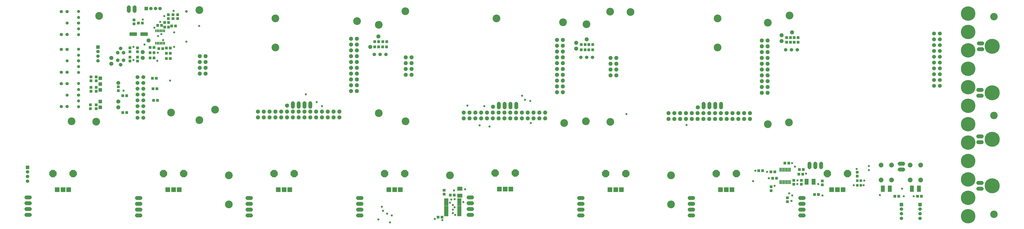
<source format=gbr>
G04 EAGLE Gerber RS-274X export*
G75*
%MOMM*%
%FSLAX34Y34*%
%LPD*%
%INSoldermask Top*%
%IPPOS*%
%AMOC8*
5,1,8,0,0,1.08239X$1,22.5*%
G01*
%ADD10C,3.378200*%
%ADD11C,3.251200*%
%ADD12P,1.869504X8X112.500000*%
%ADD13P,1.869504X8X22.500000*%
%ADD14R,1.511200X1.511200*%
%ADD15P,1.649562X8X202.500000*%
%ADD16P,1.649562X8X22.500000*%
%ADD17C,1.727200*%
%ADD18R,1.203200X1.303200*%
%ADD19C,1.511200*%
%ADD20R,1.303200X1.203200*%
%ADD21P,1.869504X8X202.500000*%
%ADD22R,3.203200X1.603200*%
%ADD23C,1.711200*%
%ADD24R,2.082800X2.082800*%
%ADD25P,3.467112X8X292.500000*%
%ADD26R,0.558800X1.663700*%
%ADD27C,0.306600*%
%ADD28R,2.203200X1.703200*%
%ADD29R,0.508000X1.193800*%
%ADD30C,1.403200*%
%ADD31C,1.320800*%
%ADD32C,2.082800*%
%ADD33R,1.700000X2.800000*%
%ADD34C,0.425956*%
%ADD35R,1.803200X2.603200*%
%ADD36C,1.703200*%
%ADD37C,0.959600*%
%ADD38C,1.159600*%
%ADD39C,6.299200*%
%ADD40C,6.553200*%


D10*
X824230Y943610D03*
X1512570Y895350D03*
X824230Y462280D03*
X1723390Y938530D03*
X2411730Y890270D03*
X1723898Y456946D03*
X2617470Y936244D03*
X3305556Y887984D03*
X2618232Y454406D03*
X1155700Y779780D03*
X3086100Y779780D03*
X386080Y918210D03*
X3305810Y444500D03*
X2706370Y934720D03*
X892810Y508000D03*
X2416810Y449580D03*
X373380Y455930D03*
X2511552Y456946D03*
X3398012Y451866D03*
X3400552Y919226D03*
X2514092Y881126D03*
X1607312Y878586D03*
X266192Y456946D03*
X1607312Y492506D03*
X700532Y495046D03*
X3086100Y906780D03*
X2120900Y906780D03*
X1155700Y906780D03*
X952500Y220980D03*
X952500Y93980D03*
X1917700Y220980D03*
X2882900Y220980D03*
X2882900Y93980D03*
D11*
X4292600Y914400D03*
X4292600Y50800D03*
X4292600Y482600D03*
D12*
X850900Y665480D03*
X825500Y665480D03*
X850900Y690880D03*
X825500Y690880D03*
X850900Y716280D03*
X825500Y716280D03*
X850900Y741680D03*
X825500Y741680D03*
X1750060Y660400D03*
X1724660Y660400D03*
X1750060Y685800D03*
X1724660Y685800D03*
X1750060Y711200D03*
X1724660Y711200D03*
X1750060Y736600D03*
X1724660Y736600D03*
X2644140Y657860D03*
X2618740Y657860D03*
X2644140Y683260D03*
X2618740Y683260D03*
X2644140Y708660D03*
X2618740Y708660D03*
X2644140Y734060D03*
X2618740Y734060D03*
X1511300Y589280D03*
X1485900Y589280D03*
X1511300Y614680D03*
X1485900Y614680D03*
X1511300Y640080D03*
X1485900Y640080D03*
X1511300Y665480D03*
X1485900Y665480D03*
X1511300Y690880D03*
X1485900Y690880D03*
X1511300Y716280D03*
X1485900Y716280D03*
X1511300Y741680D03*
X1485900Y741680D03*
X1511300Y767080D03*
X1485900Y767080D03*
X1511300Y792480D03*
X1485900Y792480D03*
X1511300Y817880D03*
X1485900Y817880D03*
X2410460Y584200D03*
X2385060Y584200D03*
X2410460Y609600D03*
X2385060Y609600D03*
X2410460Y635000D03*
X2385060Y635000D03*
X2410460Y660400D03*
X2385060Y660400D03*
X2410460Y685800D03*
X2385060Y685800D03*
X2410460Y711200D03*
X2385060Y711200D03*
X2410460Y736600D03*
X2385060Y736600D03*
X2410460Y762000D03*
X2385060Y762000D03*
X2410460Y787400D03*
X2385060Y787400D03*
X2410460Y812800D03*
X2385060Y812800D03*
X3304540Y581660D03*
X3279140Y581660D03*
X3304540Y607060D03*
X3279140Y607060D03*
X3304540Y632460D03*
X3279140Y632460D03*
X3304540Y657860D03*
X3279140Y657860D03*
X3304540Y683260D03*
X3279140Y683260D03*
X3304540Y708660D03*
X3279140Y708660D03*
X3304540Y734060D03*
X3279140Y734060D03*
X3304540Y759460D03*
X3279140Y759460D03*
X3304540Y784860D03*
X3279140Y784860D03*
X3304540Y810260D03*
X3279140Y810260D03*
D13*
X1079246Y474472D03*
X1079246Y499872D03*
X1104646Y474472D03*
X1104646Y499872D03*
X1130046Y474472D03*
X1130046Y499872D03*
X1155446Y474472D03*
X1155446Y499872D03*
X1180846Y474472D03*
X1180846Y499872D03*
X1206246Y474472D03*
X1206246Y499872D03*
X1231646Y474472D03*
X1231646Y499872D03*
X1257046Y474472D03*
X1257046Y499872D03*
X1282446Y474472D03*
X1282446Y499872D03*
X1307846Y474472D03*
X1307846Y499872D03*
X1333246Y474472D03*
X1333246Y499872D03*
X1358646Y474472D03*
X1358646Y499872D03*
X1384046Y474472D03*
X1384046Y499872D03*
X1409446Y474472D03*
X1409446Y499872D03*
X1434846Y474472D03*
X1434846Y499872D03*
X1978152Y469646D03*
X1978152Y495046D03*
X2003552Y469646D03*
X2003552Y495046D03*
X2028952Y469646D03*
X2028952Y495046D03*
X2054352Y469646D03*
X2054352Y495046D03*
X2079752Y469646D03*
X2079752Y495046D03*
X2105152Y469646D03*
X2105152Y495046D03*
X2130552Y469646D03*
X2130552Y495046D03*
X2155952Y469646D03*
X2155952Y495046D03*
X2181352Y469646D03*
X2181352Y495046D03*
X2206752Y469646D03*
X2206752Y495046D03*
X2232152Y469646D03*
X2232152Y495046D03*
X2257552Y469646D03*
X2257552Y495046D03*
X2282952Y469646D03*
X2282952Y495046D03*
X2308352Y469646D03*
X2308352Y495046D03*
X2333752Y469646D03*
X2333752Y495046D03*
X2871978Y467106D03*
X2871978Y492506D03*
X2897378Y467106D03*
X2897378Y492506D03*
X2922778Y467106D03*
X2922778Y492506D03*
X2948178Y467106D03*
X2948178Y492506D03*
X2973578Y467106D03*
X2973578Y492506D03*
X2998978Y467106D03*
X2998978Y492506D03*
X3024378Y467106D03*
X3024378Y492506D03*
X3049778Y467106D03*
X3049778Y492506D03*
X3075178Y467106D03*
X3075178Y492506D03*
X3100578Y467106D03*
X3100578Y492506D03*
X3125978Y467106D03*
X3125978Y492506D03*
X3151378Y467106D03*
X3151378Y492506D03*
X3176778Y467106D03*
X3176778Y492506D03*
X3202178Y467106D03*
X3202178Y492506D03*
X3227578Y467106D03*
X3227578Y492506D03*
D14*
X391160Y518160D03*
X391160Y543560D03*
X391160Y594360D03*
X391160Y619760D03*
X391160Y645160D03*
D15*
X492760Y723900D03*
X480060Y704850D03*
X467360Y723900D03*
D16*
X467360Y756920D03*
X480060Y775970D03*
X492760Y756920D03*
D17*
X515620Y939800D02*
X515620Y955040D01*
X541020Y955040D02*
X541020Y939800D01*
D18*
X520700Y737480D03*
X520700Y720480D03*
X520700Y778120D03*
X520700Y761120D03*
X373380Y651120D03*
X373380Y634120D03*
X373380Y605400D03*
X373380Y588400D03*
D19*
X1638300Y749300D03*
X1612900Y749300D03*
X1587500Y749300D03*
D20*
X1589160Y782320D03*
X1606160Y782320D03*
X1641212Y782574D03*
X1624212Y782574D03*
D18*
X373380Y512200D03*
X373380Y529200D03*
D13*
X1569720Y782320D03*
D21*
X1605280Y828040D03*
X469900Y518160D03*
X469900Y543560D03*
D18*
X489340Y495300D03*
X506340Y495300D03*
X489340Y568960D03*
X506340Y568960D03*
X672220Y889000D03*
X689220Y889000D03*
D20*
X688340Y922900D03*
X688340Y905900D03*
X708660Y922900D03*
X708660Y905900D03*
X728980Y922900D03*
X728980Y905900D03*
X538480Y883040D03*
X538480Y900040D03*
D18*
X574920Y886460D03*
X557920Y886460D03*
D22*
X534800Y838200D03*
X582800Y838200D03*
D20*
X469900Y590940D03*
X469900Y607940D03*
D14*
X592300Y949960D03*
D19*
X612300Y949960D03*
X632300Y949960D03*
X652300Y949960D03*
D23*
X579120Y472440D03*
X553720Y472440D03*
X579120Y497840D03*
X553720Y497840D03*
X579120Y523240D03*
X553720Y523240D03*
X579120Y548640D03*
X553720Y548640D03*
X579120Y574040D03*
X553720Y574040D03*
X579120Y599440D03*
X553720Y599440D03*
X579120Y624840D03*
X553720Y624840D03*
X579120Y650240D03*
X553720Y650240D03*
D18*
X640960Y548640D03*
X623960Y548640D03*
X638420Y599440D03*
X621420Y599440D03*
X635880Y645160D03*
X618880Y645160D03*
D17*
X1308100Y535940D02*
X1308100Y520700D01*
X1282700Y520700D02*
X1282700Y535940D01*
X1257300Y535940D02*
X1257300Y520700D01*
X1231900Y520700D02*
X1231900Y535940D01*
X2207260Y533400D02*
X2207260Y518160D01*
X2181860Y518160D02*
X2181860Y533400D01*
X2156460Y533400D02*
X2156460Y518160D01*
X2131060Y518160D02*
X2131060Y533400D01*
X3101340Y533400D02*
X3101340Y518160D01*
X3075940Y518160D02*
X3075940Y533400D01*
X3050540Y533400D02*
X3050540Y518160D01*
X3025140Y518160D02*
X3025140Y533400D01*
D13*
X1206500Y525780D03*
X2105660Y520700D03*
X2999740Y518160D03*
X576580Y734060D03*
D21*
X576580Y759460D03*
X439420Y708660D03*
X439420Y734060D03*
D17*
X83820Y48260D02*
X68580Y48260D01*
X68580Y73660D02*
X83820Y73660D01*
X83820Y99060D02*
X68580Y99060D01*
X68580Y124460D02*
X83820Y124460D01*
X551180Y45720D02*
X566420Y45720D01*
X566420Y71120D02*
X551180Y71120D01*
X551180Y96520D02*
X566420Y96520D01*
X566420Y121920D02*
X551180Y121920D01*
X1033780Y45720D02*
X1049020Y45720D01*
X1049020Y71120D02*
X1033780Y71120D01*
X1033780Y96520D02*
X1049020Y96520D01*
X1049020Y121920D02*
X1033780Y121920D01*
X1516380Y45720D02*
X1531620Y45720D01*
X1531620Y71120D02*
X1516380Y71120D01*
X1516380Y96520D02*
X1531620Y96520D01*
X1531620Y121920D02*
X1516380Y121920D01*
X1998980Y48260D02*
X2014220Y48260D01*
X2014220Y73660D02*
X1998980Y73660D01*
X1998980Y99060D02*
X2014220Y99060D01*
X2014220Y124460D02*
X1998980Y124460D01*
X2481580Y45720D02*
X2496820Y45720D01*
X2496820Y71120D02*
X2481580Y71120D01*
X2481580Y96520D02*
X2496820Y96520D01*
X2496820Y121920D02*
X2481580Y121920D01*
X2964180Y45720D02*
X2979420Y45720D01*
X2979420Y71120D02*
X2964180Y71120D01*
X2964180Y96520D02*
X2979420Y96520D01*
X2979420Y121920D02*
X2964180Y121920D01*
X3446780Y45720D02*
X3462020Y45720D01*
X3462020Y71120D02*
X3446780Y71120D01*
X3446780Y96520D02*
X3462020Y96520D01*
X3462020Y121920D02*
X3446780Y121920D01*
D24*
X203600Y158600D03*
X228600Y158600D03*
X253600Y158600D03*
D25*
X184600Y228600D03*
X272600Y228600D03*
D24*
X686200Y158600D03*
X711200Y158600D03*
X736200Y158600D03*
D25*
X667200Y228600D03*
X755200Y228600D03*
D24*
X1168800Y158600D03*
X1193800Y158600D03*
X1218800Y158600D03*
D25*
X1149800Y228600D03*
X1237800Y228600D03*
D24*
X1651400Y158600D03*
X1676400Y158600D03*
X1701400Y158600D03*
D25*
X1632400Y228600D03*
X1720400Y228600D03*
D24*
X2134000Y161140D03*
X2159000Y161140D03*
X2184000Y161140D03*
D25*
X2115000Y231140D03*
X2203000Y231140D03*
D24*
X2616600Y158600D03*
X2641600Y158600D03*
X2666600Y158600D03*
D25*
X2597600Y228600D03*
X2685600Y228600D03*
D24*
X3099200Y158600D03*
X3124200Y158600D03*
X3149200Y158600D03*
D25*
X3080200Y228600D03*
X3168200Y228600D03*
D24*
X3584340Y158600D03*
X3609340Y158600D03*
X3634340Y158600D03*
D25*
X3565340Y228600D03*
X3653340Y228600D03*
D26*
X3402965Y245682D03*
X3396615Y245682D03*
X3390265Y245682D03*
X3383915Y245682D03*
X3377565Y245682D03*
X3371215Y245682D03*
X3364865Y245682D03*
X3358515Y245682D03*
X3358515Y191199D03*
X3364865Y191199D03*
X3371215Y191199D03*
X3377565Y191199D03*
X3383915Y191199D03*
X3390265Y191199D03*
X3396615Y191199D03*
X3402965Y191199D03*
D14*
X3970020Y93500D03*
D19*
X3970020Y73500D03*
X3970020Y53500D03*
X3970020Y33500D03*
D27*
X1909033Y115497D02*
X1894367Y115497D01*
X1894367Y118563D01*
X1909033Y118563D01*
X1909033Y115497D01*
X1909033Y118410D02*
X1894367Y118410D01*
X1894367Y108997D02*
X1909033Y108997D01*
X1894367Y108997D02*
X1894367Y112063D01*
X1909033Y112063D01*
X1909033Y108997D01*
X1909033Y111910D02*
X1894367Y111910D01*
X1894367Y102497D02*
X1909033Y102497D01*
X1894367Y102497D02*
X1894367Y105563D01*
X1909033Y105563D01*
X1909033Y102497D01*
X1909033Y105410D02*
X1894367Y105410D01*
X1894367Y95997D02*
X1909033Y95997D01*
X1894367Y95997D02*
X1894367Y99063D01*
X1909033Y99063D01*
X1909033Y95997D01*
X1909033Y98910D02*
X1894367Y98910D01*
X1894367Y89497D02*
X1909033Y89497D01*
X1894367Y89497D02*
X1894367Y92563D01*
X1909033Y92563D01*
X1909033Y89497D01*
X1909033Y92410D02*
X1894367Y92410D01*
X1894367Y82997D02*
X1909033Y82997D01*
X1894367Y82997D02*
X1894367Y86063D01*
X1909033Y86063D01*
X1909033Y82997D01*
X1909033Y85910D02*
X1894367Y85910D01*
X1894367Y76497D02*
X1909033Y76497D01*
X1894367Y76497D02*
X1894367Y79563D01*
X1909033Y79563D01*
X1909033Y76497D01*
X1909033Y79410D02*
X1894367Y79410D01*
X1894367Y69997D02*
X1909033Y69997D01*
X1894367Y69997D02*
X1894367Y73063D01*
X1909033Y73063D01*
X1909033Y69997D01*
X1909033Y72910D02*
X1894367Y72910D01*
X1894367Y63497D02*
X1909033Y63497D01*
X1894367Y63497D02*
X1894367Y66563D01*
X1909033Y66563D01*
X1909033Y63497D01*
X1909033Y66410D02*
X1894367Y66410D01*
X1894367Y56997D02*
X1909033Y56997D01*
X1894367Y56997D02*
X1894367Y60063D01*
X1909033Y60063D01*
X1909033Y56997D01*
X1909033Y59910D02*
X1894367Y59910D01*
X1894367Y50497D02*
X1909033Y50497D01*
X1894367Y50497D02*
X1894367Y53563D01*
X1909033Y53563D01*
X1909033Y50497D01*
X1909033Y53410D02*
X1894367Y53410D01*
X1894367Y43997D02*
X1909033Y43997D01*
X1894367Y43997D02*
X1894367Y47063D01*
X1909033Y47063D01*
X1909033Y43997D01*
X1909033Y46910D02*
X1894367Y46910D01*
X1951767Y43997D02*
X1966433Y43997D01*
X1951767Y43997D02*
X1951767Y47063D01*
X1966433Y47063D01*
X1966433Y43997D01*
X1966433Y46910D02*
X1951767Y46910D01*
X1951767Y50497D02*
X1966433Y50497D01*
X1951767Y50497D02*
X1951767Y53563D01*
X1966433Y53563D01*
X1966433Y50497D01*
X1966433Y53410D02*
X1951767Y53410D01*
X1951767Y56997D02*
X1966433Y56997D01*
X1951767Y56997D02*
X1951767Y60063D01*
X1966433Y60063D01*
X1966433Y56997D01*
X1966433Y59910D02*
X1951767Y59910D01*
X1951767Y63497D02*
X1966433Y63497D01*
X1951767Y63497D02*
X1951767Y66563D01*
X1966433Y66563D01*
X1966433Y63497D01*
X1966433Y66410D02*
X1951767Y66410D01*
X1951767Y69997D02*
X1966433Y69997D01*
X1951767Y69997D02*
X1951767Y73063D01*
X1966433Y73063D01*
X1966433Y69997D01*
X1966433Y72910D02*
X1951767Y72910D01*
X1951767Y76497D02*
X1966433Y76497D01*
X1951767Y76497D02*
X1951767Y79563D01*
X1966433Y79563D01*
X1966433Y76497D01*
X1966433Y79410D02*
X1951767Y79410D01*
X1951767Y82997D02*
X1966433Y82997D01*
X1951767Y82997D02*
X1951767Y86063D01*
X1966433Y86063D01*
X1966433Y82997D01*
X1966433Y85910D02*
X1951767Y85910D01*
X1951767Y89497D02*
X1966433Y89497D01*
X1951767Y89497D02*
X1951767Y92563D01*
X1966433Y92563D01*
X1966433Y89497D01*
X1966433Y92410D02*
X1951767Y92410D01*
X1951767Y95997D02*
X1966433Y95997D01*
X1951767Y95997D02*
X1951767Y99063D01*
X1966433Y99063D01*
X1966433Y95997D01*
X1966433Y98910D02*
X1951767Y98910D01*
X1951767Y102497D02*
X1966433Y102497D01*
X1951767Y102497D02*
X1951767Y105563D01*
X1966433Y105563D01*
X1966433Y102497D01*
X1966433Y105410D02*
X1951767Y105410D01*
X1951767Y108997D02*
X1966433Y108997D01*
X1951767Y108997D02*
X1951767Y112063D01*
X1966433Y112063D01*
X1966433Y108997D01*
X1966433Y111910D02*
X1951767Y111910D01*
X1951767Y115497D02*
X1966433Y115497D01*
X1951767Y115497D02*
X1951767Y118563D01*
X1966433Y118563D01*
X1966433Y115497D01*
X1966433Y118410D02*
X1951767Y118410D01*
D18*
X1936360Y134620D03*
X1919360Y134620D03*
D20*
X1866020Y38100D03*
X1883020Y38100D03*
D28*
X1960880Y132320D03*
X1960880Y162320D03*
D20*
X1892300Y138820D03*
X1892300Y155820D03*
D29*
X671830Y852678D03*
X665480Y852678D03*
X659130Y852678D03*
X652780Y852678D03*
X646430Y852678D03*
X640080Y852678D03*
X633730Y852678D03*
X671830Y798322D03*
X665480Y798322D03*
X659130Y798322D03*
X652780Y798322D03*
X646430Y798322D03*
X640080Y798322D03*
X633730Y798322D03*
D18*
X608720Y756920D03*
X625720Y756920D03*
X608720Y734060D03*
X625720Y734060D03*
X696840Y754380D03*
X679840Y754380D03*
X696840Y731520D03*
X679840Y731520D03*
D14*
X381000Y781840D03*
D19*
X381000Y761840D03*
X381000Y741840D03*
X381000Y721840D03*
D18*
X625720Y779780D03*
X608720Y779780D03*
X679840Y777240D03*
X696840Y777240D03*
D23*
X4030980Y840740D03*
X4056380Y840740D03*
X4030980Y815340D03*
X4056380Y815340D03*
X4030980Y789940D03*
X4056380Y789940D03*
X4030980Y764540D03*
X4056380Y764540D03*
X4030980Y739140D03*
X4056380Y739140D03*
X4030980Y713740D03*
X4056380Y713740D03*
X4030980Y688340D03*
X4056380Y688340D03*
X4030980Y662940D03*
X4056380Y662940D03*
X4030980Y637540D03*
X4056380Y637540D03*
X4030980Y612140D03*
X4056380Y612140D03*
D17*
X4226560Y797560D02*
X4241800Y797560D01*
X4241800Y772160D02*
X4226560Y772160D01*
X4224020Y594360D02*
X4239260Y594360D01*
X4239260Y568960D02*
X4224020Y568960D01*
X4224020Y187960D02*
X4239260Y187960D01*
X4239260Y162560D02*
X4224020Y162560D01*
X4224020Y391160D02*
X4239260Y391160D01*
X4239260Y365760D02*
X4224020Y365760D01*
D30*
X246380Y771360D03*
X221380Y771360D03*
X221380Y671360D03*
X246380Y671360D03*
X296380Y721360D03*
D31*
X246380Y721360D03*
X296380Y772360D03*
X296380Y746360D03*
X296380Y696360D03*
X296380Y670360D03*
D30*
X246380Y621500D03*
X221380Y621500D03*
X221380Y521500D03*
X246380Y521500D03*
X296380Y571500D03*
D31*
X246380Y571500D03*
X296380Y622500D03*
X296380Y596500D03*
X296380Y546500D03*
X296380Y520500D03*
D30*
X246380Y936460D03*
X221380Y936460D03*
X221380Y836460D03*
X246380Y836460D03*
X296380Y886460D03*
D31*
X246380Y886460D03*
X296380Y937460D03*
X296380Y911460D03*
X296380Y861460D03*
X296380Y835460D03*
D18*
X553720Y737480D03*
X553720Y720480D03*
D20*
X663820Y774700D03*
X646820Y774700D03*
X641740Y876300D03*
X658740Y876300D03*
D18*
X553720Y778120D03*
X553720Y761120D03*
X350520Y651120D03*
X350520Y634120D03*
X350520Y605400D03*
X350520Y588400D03*
X347980Y512200D03*
X347980Y529200D03*
D20*
X1641720Y805180D03*
X1624720Y805180D03*
X1589160Y805180D03*
X1606160Y805180D03*
D18*
X702700Y873760D03*
X719700Y873760D03*
D19*
X2540000Y736600D03*
X2514600Y736600D03*
X2489200Y736600D03*
D20*
X2490860Y769620D03*
X2507860Y769620D03*
X2540880Y769620D03*
X2523880Y769620D03*
D13*
X2468880Y774700D03*
X2514600Y815340D03*
D20*
X2540880Y792480D03*
X2523880Y792480D03*
X2490860Y792480D03*
X2507860Y792480D03*
D19*
X3434080Y769620D03*
X3408680Y769620D03*
X3383280Y769620D03*
D20*
X3387480Y802640D03*
X3404480Y802640D03*
X3437500Y802640D03*
X3420500Y802640D03*
D13*
X3365500Y807720D03*
X3411220Y845820D03*
D20*
X3437500Y822960D03*
X3420500Y822960D03*
X3387480Y822960D03*
X3404480Y822960D03*
D13*
X3365500Y833120D03*
X2468880Y800100D03*
D18*
X3418840Y182000D03*
X3418840Y199000D03*
X3451860Y182000D03*
X3451860Y199000D03*
D32*
X3927094Y201168D03*
X3927094Y266192D03*
X3972306Y201168D03*
X3972306Y266192D03*
D33*
X3807700Y162560D03*
X3837700Y162560D03*
D18*
X3859920Y129540D03*
X3876920Y129540D03*
D32*
X3800094Y201168D03*
X3800094Y266192D03*
X3845306Y201168D03*
X3845306Y266192D03*
D14*
X73660Y256060D03*
D19*
X73660Y236060D03*
X73660Y216060D03*
X73660Y196060D03*
D14*
X3888740Y93500D03*
D19*
X3888740Y73500D03*
X3888740Y53500D03*
X3888740Y33500D03*
D34*
X3699031Y194789D02*
X3692369Y194789D01*
X3692369Y201451D01*
X3699031Y201451D01*
X3699031Y194789D01*
X3699031Y198836D02*
X3692369Y198836D01*
X3707609Y194789D02*
X3714271Y194789D01*
X3707609Y194789D02*
X3707609Y201451D01*
X3714271Y201451D01*
X3714271Y194789D01*
X3714271Y198836D02*
X3707609Y198836D01*
X3699031Y174469D02*
X3692369Y174469D01*
X3692369Y181131D01*
X3699031Y181131D01*
X3699031Y174469D01*
X3699031Y178516D02*
X3692369Y178516D01*
X3707609Y174469D02*
X3714271Y174469D01*
X3707609Y174469D02*
X3707609Y181131D01*
X3714271Y181131D01*
X3714271Y174469D01*
X3714271Y178516D02*
X3707609Y178516D01*
D17*
X3881120Y246380D02*
X3896360Y246380D01*
X3896360Y271780D02*
X3881120Y271780D01*
D20*
X3379860Y274320D03*
X3396860Y274320D03*
X3443360Y246380D03*
X3460360Y246380D03*
X3440820Y226060D03*
X3457820Y226060D03*
X3282560Y241300D03*
X3265560Y241300D03*
X3343520Y208280D03*
X3326520Y208280D03*
D18*
X3319780Y154060D03*
X3319780Y171060D03*
D20*
X3335900Y236220D03*
X3318900Y236220D03*
D18*
X3543300Y196460D03*
X3543300Y179460D03*
D33*
X3934700Y162560D03*
X3964700Y162560D03*
D18*
X3975980Y129540D03*
X3958980Y129540D03*
D20*
X3390900Y105800D03*
X3390900Y122800D03*
D18*
X3526400Y137160D03*
X3509400Y137160D03*
D17*
X3487420Y256540D02*
X3487420Y271780D01*
X3512820Y271780D02*
X3512820Y256540D01*
X3538220Y256540D02*
X3538220Y271780D01*
D20*
X3695700Y234560D03*
X3695700Y217560D03*
X672220Y868680D03*
X689220Y868680D03*
D13*
X601980Y810260D03*
D35*
X3474960Y193040D03*
X3504960Y193040D03*
D36*
X469900Y624840D03*
D37*
X576580Y901700D03*
X665480Y811812D03*
X657860Y838200D03*
X535940Y782320D03*
X535940Y724888D03*
X652780Y891540D03*
X642620Y756920D03*
X2047240Y439420D03*
X2067560Y523240D03*
X1289050Y575310D03*
X2950436Y441134D03*
X2688590Y488950D03*
X2270760Y449580D03*
X1993900Y525780D03*
X2245360Y551180D03*
X2232660Y568960D03*
X1336040Y541020D03*
X2090420Y434340D03*
X1358900Y523240D03*
X2268220Y546100D03*
X696214Y635508D03*
X492760Y591058D03*
X670560Y916940D03*
X640080Y721360D03*
X711200Y939800D03*
D38*
X767080Y937260D03*
D37*
X3241040Y195580D03*
X3435350Y199390D03*
X3746500Y243840D03*
X3680460Y177800D03*
X3302000Y236220D03*
X3335020Y175260D03*
X3309620Y208280D03*
X3251200Y241300D03*
X3472180Y228600D03*
X3411220Y274320D03*
X3525520Y182880D03*
X3434080Y182880D03*
X3746500Y261620D03*
X3693160Y248920D03*
X1917700Y101600D03*
X1884680Y25400D03*
X1983740Y160020D03*
X3898900Y129540D03*
X3723640Y177800D03*
X3942080Y129540D03*
X1976120Y104140D03*
X1935480Y154940D03*
X1851660Y30480D03*
X3726180Y198120D03*
X3544570Y133350D03*
X3408680Y109220D03*
X1938020Y116840D03*
X1605280Y27940D03*
X3398520Y142240D03*
X1924050Y115570D03*
X1656080Y15240D03*
X3412490Y133350D03*
X627380Y866140D03*
X822960Y873760D03*
X713740Y782320D03*
X584200Y792480D03*
X643890Y829536D03*
D39*
X4179888Y928196D03*
X4179888Y847640D03*
X4179888Y767084D03*
X4179888Y686529D03*
X4179888Y605973D03*
X4179888Y525418D03*
X4179888Y444862D03*
X4179888Y364307D03*
X4179888Y283751D03*
X4179888Y203196D03*
X4179888Y122640D03*
X4179888Y42084D03*
D40*
X4284980Y784860D03*
X4284980Y581660D03*
X4284980Y378460D03*
X4284980Y175260D03*
D37*
X767080Y805180D03*
X713740Y845820D03*
X1625600Y66040D03*
X1663700Y45720D03*
X1620520Y83820D03*
X1643380Y53340D03*
X1930400Y91440D03*
X1930400Y71120D03*
X1940560Y48260D03*
X1938020Y81280D03*
X1930400Y55880D03*
X3794760Y134620D03*
X3891280Y162560D03*
X3423920Y259080D03*
M02*

</source>
